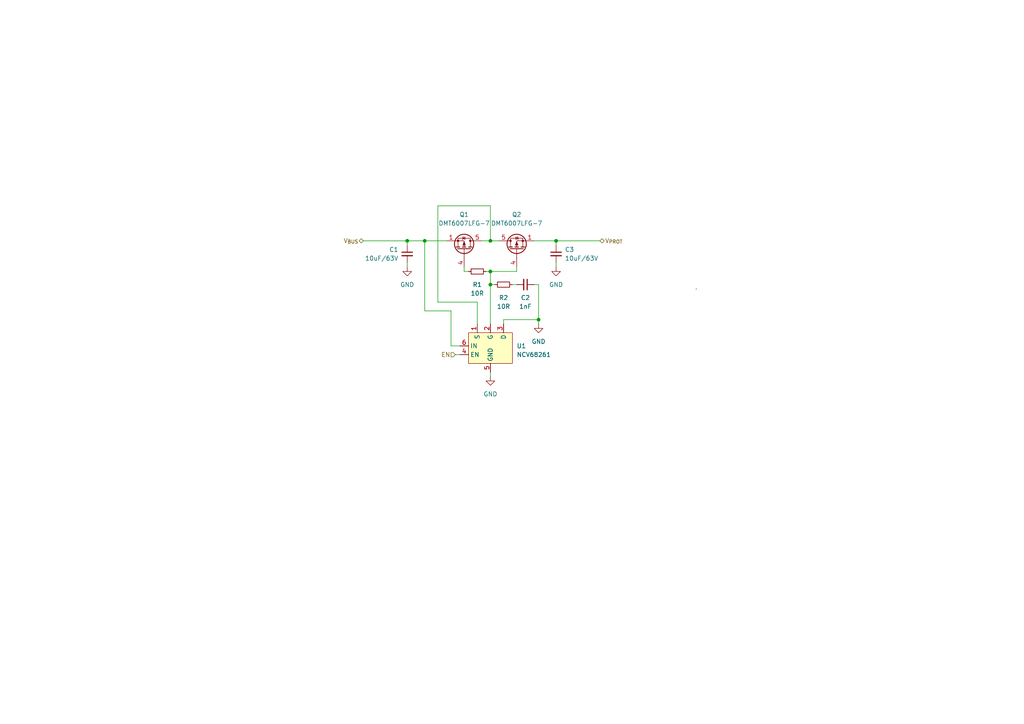
<source format=kicad_sch>
(kicad_sch (version 20230121) (generator eeschema)
  (paper "A4")
  (lib_symbols
    (symbol "Device:C_Small" (pin_numbers hide) (pin_names (offset 0.254) hide)
      (property "Reference" "C" (at 0.254 1.778 0))
      (property "Value" "C_Small" (at 0.254 -2.032 0))
      (symbol "C_Small_0_1"
        (polyline (pts (xy -1.524 -0.508) (xy 1.524 -0.508)) (stroke (width 0.3302)))
        (polyline (pts (xy -1.524 0.508) (xy 1.524 0.508)) (stroke (width 0.3048)))
      )
      (symbol "C_Small_1_1"
        (pin passive line (at 0 2.54 270) (length 2.032) (name "~") (number "1"))
        (pin passive line (at 0 -2.54 90) (length 2.032) (name "~") (number "2"))
      )
    )
    (symbol "Device:R_Small" (pin_numbers hide) (pin_names (offset 0.254) hide)
      (property "Reference" "R" (at 0.762 0.508 0))
      (property "Value" "R_Small" (at 0.762 -1.016 0))
      (symbol "R_Small_0_1"
        (rectangle (start -0.762 1.778) (end 0.762 -1.778) (stroke (width 0.2032)))
      )
      (symbol "R_Small_1_1"
        (pin passive line (at 0 2.54 270) (length 0.762) (name "~") (number "1"))
        (pin passive line (at 0 -2.54 90) (length 0.762) (name "~") (number "2"))
      )
    )
    (symbol "meansOfCircuitDesign:DMN22M5UFG" (pin_names hide)
      (property "Reference" "Q" (at 5.08 1.905 0))
      (property "Value" "DMN22M5UFG" (at 5.08 0 0))
      (symbol "DMN22M5UFG_0_1"
        (polyline (pts (xy 0.254 0) (xy -2.54 0)))
        (polyline (pts (xy 0.254 1.905) (xy 0.254 -1.905)) (stroke (width 0.254)))
        (polyline (pts (xy 0.762 -1.27) (xy 0.762 -2.286)) (stroke (width 0.254)))
        (polyline (pts (xy 0.762 0.508) (xy 0.762 -0.508)) (stroke (width 0.254)))
        (polyline (pts (xy 0.762 2.286) (xy 0.762 1.27)) (stroke (width 0.254)))
        (polyline (pts (xy 2.54 2.54) (xy 2.54 1.778)))
        (polyline (pts (xy 2.54 -2.54) (xy 2.54 0) (xy 0.762 0)))
        (polyline (pts (xy 0.762 1.778) (xy 3.302 1.778) (xy 3.302 -1.778) (xy 0.762 -1.778)))
        (polyline (pts (xy 2.286 0) (xy 1.27 0.381) (xy 1.27 -0.381) (xy 2.286 0)) (fill (type outline)))
        (polyline (pts (xy 2.794 -0.508) (xy 2.921 -0.381) (xy 3.683 -0.381) (xy 3.81 -0.254)))
        (polyline (pts (xy 3.302 -0.381) (xy 2.921 0.254) (xy 3.683 0.254) (xy 3.302 -0.381)))
        (circle (center 1.651 0) (radius 2.794) (stroke (width 0.254)))
        (circle (center 2.54 -1.778) (radius 0.254) (fill (type outline)))
        (circle (center 2.54 1.778) (radius 0.254) (fill (type outline)))
      )
      (symbol "DMN22M5UFG_1_1"
        (pin passive line (at 2.54 -5.08 90) (length 2.54) (name "S") (number "1"))
        (pin passive line (at 2.54 -5.08 90) (length 2.54) hide (name "S") (number "2"))
        (pin passive line (at 2.54 -5.08 90) (length 2.54) hide (name "S") (number "3"))
        (pin passive line (at -5.08 0 0) (length 2.54) (name "G") (number "4"))
        (pin passive line (at 2.54 5.08 270) (length 2.54) (name "D") (number "5"))
      )
    )
    (symbol "meansOfCircuitDesign:NCV68261"
      (property "Reference" "U?" (at -5.08 19.0501 0))
      (property "Value" "NCV68261" (at -5.08 16.5101 0))
      (symbol "NCV68261_0_1"
        (rectangle (start -6.35 6.35) (end 6.35 -2.54) (fill (type background)))
        (rectangle (start 59.69 19.05) (end 59.69 19.05))
        (rectangle (start 59.69 19.05) (end 59.69 19.05))
        (rectangle (start 59.69 19.05) (end 59.69 19.05))
        (rectangle (start 59.69 19.05) (end 59.69 19.05))
        (rectangle (start 59.69 19.05) (end 59.69 19.05))
      )
      (symbol "NCV68261_1_1"
        (pin output line (at -3.81 8.89 270) (length 2.54) (name "S") (number "1"))
        (pin output line (at 0 8.89 270) (length 2.54) (name "G") (number "2"))
        (pin input line (at 3.81 8.89 270) (length 2.54) (name "D") (number "3"))
        (pin input line (at -8.89 0 0) (length 2.54) (name "EN") (number "4"))
        (pin passive line (at 0 -5.08 90) (length 2.54) (name "GND") (number "5"))
        (pin input line (at -8.89 2.54 0) (length 2.54) (name "IN") (number "6"))
      )
    )
    (symbol "power:GND" (power) (pin_names (offset 0))
      (property "Value" "GND" (at 0 -3.81 0))
      (symbol "GND_0_1"
        (polyline (pts (xy 0 0) (xy 0 -1.27) (xy 1.27 -1.27) (xy 0 -2.54) (xy -1.27 -1.27) (xy 0 -1.27)))
      )
      (symbol "GND_1_1"
        (pin power_in line (at 0 0 270) (length 0) hide (name "GND") (number "1"))
      )
    )
  )
  (junction (at 142.24 82.55))
  (junction (at 156.21 92.71))
  (junction (at 123.19 69.85))
  (junction (at 118.11 69.85))
  (junction (at 142.24 69.85))
  (junction (at 142.24 78.74))
  (junction (at 161.29 69.85))
  (wire (pts (xy 156.21 92.71) (xy 156.21 93.98)))
  (wire (pts (xy 127 87.63) (xy 138.43 87.63)))
  (wire (pts (xy 123.19 90.17) (xy 130.81 90.17)))
  (wire (pts (xy 127 59.69) (xy 127 87.63)))
  (wire (pts (xy 146.05 92.71) (xy 156.21 92.71)))
  (wire (pts (xy 142.24 69.85) (xy 142.24 59.69)))
  (wire (pts (xy 154.94 82.55) (xy 156.21 82.55)))
  (wire (pts (xy 142.24 59.69) (xy 127 59.69)))
  (wire (pts (xy 149.86 78.74) (xy 149.86 77.47)))
  (wire (pts (xy 142.24 78.74) (xy 142.24 82.55)))
  (wire (pts (xy 142.24 78.74) (xy 149.86 78.74)))
  (wire (pts (xy 148.59 82.55) (xy 149.86 82.55)))
  (wire (pts (xy 142.24 82.55) (xy 143.51 82.55)))
  (wire (pts (xy 156.21 82.55) (xy 156.21 92.71)))
  (wire (pts (xy 130.81 100.33) (xy 133.35 100.33)))
  (wire (pts (xy 118.11 69.85) (xy 123.19 69.85)))
  (wire (pts (xy 123.19 69.85) (xy 129.54 69.85)))
  (wire (pts (xy 134.62 77.47) (xy 134.62 78.74)))
  (wire (pts (xy 146.05 93.98) (xy 146.05 92.71)))
  (wire (pts (xy 123.19 90.17) (xy 123.19 69.85)))
  (wire (pts (xy 118.11 69.85) (xy 118.11 71.12)))
  (wire (pts (xy 139.7 69.85) (xy 142.24 69.85)))
  (wire (pts (xy 142.24 82.55) (xy 142.24 93.98)))
  (wire (pts (xy 140.97 78.74) (xy 142.24 78.74)))
  (wire (pts (xy 154.94 69.85) (xy 161.29 69.85)))
  (wire (pts (xy 161.29 69.85) (xy 161.29 71.12)))
  (wire (pts (xy 161.29 76.2) (xy 161.29 77.47)))
  (wire (pts (xy 105.41 69.85) (xy 118.11 69.85)))
  (wire (pts (xy 161.29 69.85) (xy 173.99 69.85)))
  (wire (pts (xy 132.08 102.87) (xy 133.35 102.87)))
  (wire (pts (xy 118.11 76.2) (xy 118.11 77.47)))
  (wire (pts (xy 142.24 69.85) (xy 144.78 69.85)))
  (wire (pts (xy 134.62 78.74) (xy 135.89 78.74)))
  (wire (pts (xy 138.43 87.63) (xy 138.43 93.98)))
  (wire (pts (xy 130.81 90.17) (xy 130.81 100.33)))
  (wire (pts (xy 142.24 107.95) (xy 142.24 109.22)))
  (hierarchical_label "V_{PROT}" (shape bidirectional) (at 173.99 69.85 0))
  (hierarchical_label "EN" (shape input) (at 132.08 102.87 180))
  (hierarchical_label "V_{BUS}" (shape bidirectional) (at 105.41 69.85 180))
  (symbol (lib_id "power:GND") (at 118.11 77.47 0) (unit 1)
    (property "Reference" "#PWR01" (effects hide))
    (property "Value" "GND" (at 118.11 82.55 0))
  )
  (symbol (lib_id "power:GND") (at 142.24 109.22 0) (unit 1)
    (property "Reference" "#PWR02" (effects hide))
    (property "Value" "GND" (at 142.24 114.3 0))
  )
  (symbol (lib_id "Device:C_Small") (at 118.11 73.66 0) (unit 1)
    (property "Reference" "C1" (at 115.57 72.3962 0) (effects (justify right)))
    (property "Value" "10uF/63V" (at 115.57 74.9362 0) (effects (justify right)))
    (property "Footprint" "Capacitor_SMD:C_1210_3225Metric" (effects hide))
    (property "MPN" "CL32B106KMVNNWE " (effects hide))
  )
  (symbol (lib_id "Device:C_Small") (at 161.29 73.66 0) (unit 1)
    (property "Reference" "C3" (at 163.83 72.3962 0) (effects (justify left)))
    (property "Value" "10uF/63V" (at 163.83 74.9362 0) (effects (justify left)))
    (property "Footprint" "Capacitor_SMD:C_1210_3225Metric" (effects hide))
    (property "MPN" "CL32B106KMVNNWE " (effects hide))
  )
  (symbol (lib_id "power:GND") (at 161.29 77.47 0) (unit 1)
    (property "Reference" "#PWR04" (effects hide))
    (property "Value" "GND" (at 161.29 82.55 0))
  )
  (symbol (lib_id "meansOfCircuitDesign:NCV68261") (at 142.24 102.87 0) (unit 1)
    (property "Reference" "U1" (at 149.86 100.33 0) (effects (justify left)))
    (property "Value" "NCV68261" (at 149.86 102.87 0) (effects (justify left)))
    (property "Footprint" "Package_DFN_QFN:DFN-6-1EP_2x2mm_P0.65mm_EP1x1.6mm" (effects hide))
    (property "Datasheet" "https://www.onsemi.com/pdf/datasheet/ncv68261-d.pdf" (effects hide))
  )
  (symbol (lib_id "power:GND") (at 156.21 93.98 0) (unit 1)
    (property "Reference" "#PWR03" (effects hide))
    (property "Value" "GND" (at 156.21 99.06 0))
  )
  (symbol (lib_id "Device:R_Small") (at 146.05 82.55 90) (unit 1)
    (property "Reference" "R2" (at 146.05 86.36 90))
    (property "Value" "10R" (at 146.05 88.9 90))
    (property "Footprint" "Resistor_SMD:R_0603_1608Metric" (effects hide))
  )
  (symbol (lib_id "meansOfCircuitDesign:DMN22M5UFG") (at 149.86 72.39 90) (unit 1)
    (property "Reference" "Q2" (at 149.86 62.23 90))
    (property "Value" "DMT6007LFG-7" (at 149.86 64.77 90))
    (property "Footprint" "Package_SON:Diodes_PowerDI3333-8" (effects hide))
    (property "Datasheet" "https://www.diodes.com/assets/Datasheets/DMT6007LFG.pdf" (effects hide))
    (property "MPN" "DMT6007LFG-7" (effects hide))
  )
  (symbol (lib_id "Device:R_Small") (at 138.43 78.74 90) (unit 1)
    (property "Reference" "R1" (at 138.43 82.55 90))
    (property "Value" "10R" (at 138.43 85.09 90))
    (property "Footprint" "Resistor_SMD:R_0603_1608Metric" (effects hide))
  )
  (symbol (lib_id "Device:C_Small") (at 152.4 82.55 270) (unit 1)
    (property "Reference" "C2" (at 152.3936 86.36 90))
    (property "Value" "1nF" (at 152.3936 88.9 90))
    (property "Footprint" "Capacitor_SMD:C_0603_1608Metric" (effects hide))
  )
  (symbol (lib_id "meansOfCircuitDesign:DMN22M5UFG") (at 134.62 72.39 270) (mirror x) (unit 1)
    (property "Reference" "Q1" (at 134.62 62.23 90))
    (property "Value" "DMT6007LFG-7" (at 134.62 64.77 90))
    (property "Footprint" "Package_SON:Diodes_PowerDI3333-8" (effects hide))
    (property "Datasheet" "https://www.diodes.com/assets/Datasheets/DMT6007LFG.pdf" (effects hide))
    (property "MPN" "DMT6007LFG-7" (effects hide))
  )
)
</source>
